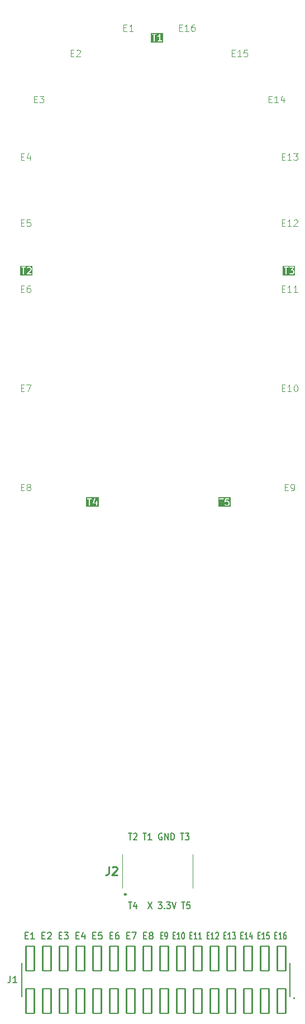
<source format=gto>
G04 #@! TF.GenerationSoftware,KiCad,Pcbnew,7.0.7*
G04 #@! TF.CreationDate,2024-10-25T09:44:25+02:00*
G04 #@! TF.ProjectId,Benhui_Tongue,42656e68-7569-45f5-946f-6e6775652e6b,rev?*
G04 #@! TF.SameCoordinates,Original*
G04 #@! TF.FileFunction,Legend,Top*
G04 #@! TF.FilePolarity,Positive*
%FSLAX46Y46*%
G04 Gerber Fmt 4.6, Leading zero omitted, Abs format (unit mm)*
G04 Created by KiCad (PCBNEW 7.0.7) date 2024-10-25 09:44:25*
%MOMM*%
%LPD*%
G01*
G04 APERTURE LIST*
G04 Aperture macros list*
%AMRoundRect*
0 Rectangle with rounded corners*
0 $1 Rounding radius*
0 $2 $3 $4 $5 $6 $7 $8 $9 X,Y pos of 4 corners*
0 Add a 4 corners polygon primitive as box body*
4,1,4,$2,$3,$4,$5,$6,$7,$8,$9,$2,$3,0*
0 Add four circle primitives for the rounded corners*
1,1,$1+$1,$2,$3*
1,1,$1+$1,$4,$5*
1,1,$1+$1,$6,$7*
1,1,$1+$1,$8,$9*
0 Add four rect primitives between the rounded corners*
20,1,$1+$1,$2,$3,$4,$5,0*
20,1,$1+$1,$4,$5,$6,$7,0*
20,1,$1+$1,$6,$7,$8,$9,0*
20,1,$1+$1,$8,$9,$2,$3,0*%
G04 Aperture macros list end*
%ADD10C,0.150000*%
%ADD11C,0.100000*%
%ADD12C,0.254000*%
%ADD13C,0.200000*%
%ADD14C,0.250000*%
%ADD15C,3.000000*%
%ADD16C,5.600000*%
%ADD17RoundRect,0.102000X-0.650000X-1.877500X0.650000X-1.877500X0.650000X1.877500X-0.650000X1.877500X0*%
%ADD18R,1.010000X2.200000*%
%ADD19R,1.000000X2.200000*%
G04 APERTURE END LIST*
D10*
G36*
X100240350Y-64787676D02*
G01*
X98377204Y-64787676D01*
X98377204Y-63556795D01*
X98520061Y-63556795D01*
X98528970Y-63607319D01*
X98568270Y-63640296D01*
X98593922Y-63644819D01*
X98804636Y-63644819D01*
X98804636Y-64569819D01*
X98822183Y-64618028D01*
X98866612Y-64643680D01*
X98917136Y-64634771D01*
X98950113Y-64595471D01*
X98954636Y-64569819D01*
X98954636Y-64563283D01*
X99328732Y-64563283D01*
X99334573Y-64585085D01*
X99338494Y-64607319D01*
X99341121Y-64609523D01*
X99342009Y-64612837D01*
X99360500Y-64625785D01*
X99377794Y-64640296D01*
X99382378Y-64641104D01*
X99384035Y-64642264D01*
X99387323Y-64641976D01*
X99403446Y-64644819D01*
X100022493Y-64644819D01*
X100070702Y-64627272D01*
X100096354Y-64582843D01*
X100087445Y-64532319D01*
X100048145Y-64499342D01*
X100022493Y-64494819D01*
X99584512Y-64494819D01*
X100027907Y-64051423D01*
X100029802Y-64047358D01*
X100033622Y-64045012D01*
X100046025Y-64022107D01*
X100093644Y-63879251D01*
X100093599Y-63877615D01*
X100097493Y-63855533D01*
X100097493Y-63760295D01*
X100095959Y-63756081D01*
X100097001Y-63751720D01*
X100089575Y-63726754D01*
X100041956Y-63631516D01*
X100040766Y-63630390D01*
X100027907Y-63612024D01*
X99980288Y-63564405D01*
X99978806Y-63563714D01*
X99960796Y-63550356D01*
X99865558Y-63502737D01*
X99861104Y-63502224D01*
X99857669Y-63499342D01*
X99832017Y-63494819D01*
X99593922Y-63494819D01*
X99589708Y-63496352D01*
X99585347Y-63495311D01*
X99560381Y-63502737D01*
X99465143Y-63550356D01*
X99464017Y-63551545D01*
X99445651Y-63564405D01*
X99398032Y-63612024D01*
X99376351Y-63658521D01*
X99389628Y-63708075D01*
X99431654Y-63737502D01*
X99482761Y-63733030D01*
X99504098Y-63718090D01*
X99543111Y-63679076D01*
X99611627Y-63644819D01*
X99814312Y-63644819D01*
X99882828Y-63679076D01*
X99913235Y-63709483D01*
X99947493Y-63777999D01*
X99947493Y-63843363D01*
X99909321Y-63957876D01*
X99350413Y-64516786D01*
X99340875Y-64537239D01*
X99329585Y-64556795D01*
X99330181Y-64560175D01*
X99328732Y-64563283D01*
X98954636Y-64563283D01*
X98954636Y-63644819D01*
X99165350Y-63644819D01*
X99213559Y-63627272D01*
X99239211Y-63582843D01*
X99230302Y-63532319D01*
X99191002Y-63499342D01*
X99165350Y-63494819D01*
X98593922Y-63494819D01*
X98545713Y-63512366D01*
X98520061Y-63556795D01*
X98377204Y-63556795D01*
X98377204Y-63351962D01*
X100240350Y-63351962D01*
X100240350Y-64787676D01*
G37*
G36*
X130240350Y-99787676D02*
G01*
X128377204Y-99787676D01*
X128377204Y-98556795D01*
X128520061Y-98556795D01*
X128528970Y-98607319D01*
X128568270Y-98640296D01*
X128593922Y-98644819D01*
X128804636Y-98644819D01*
X128804636Y-99569819D01*
X128822183Y-99618028D01*
X128866612Y-99643680D01*
X128917136Y-99634771D01*
X128950113Y-99595471D01*
X128954636Y-99569819D01*
X128954636Y-99039473D01*
X129376351Y-99039473D01*
X129382877Y-99063832D01*
X129389100Y-99088262D01*
X129389500Y-99088549D01*
X129389628Y-99089027D01*
X129410262Y-99103475D01*
X129430756Y-99118208D01*
X129431249Y-99118170D01*
X129431654Y-99118454D01*
X129456757Y-99116257D01*
X129481916Y-99114370D01*
X129482269Y-99114024D01*
X129482761Y-99113982D01*
X129504098Y-99099042D01*
X129543111Y-99060029D01*
X129611627Y-99025771D01*
X129814312Y-99025771D01*
X129882828Y-99060029D01*
X129913235Y-99090436D01*
X129947493Y-99158952D01*
X129947493Y-99361636D01*
X129913234Y-99430153D01*
X129882827Y-99460561D01*
X129814312Y-99494819D01*
X129611627Y-99494819D01*
X129543111Y-99460561D01*
X129504099Y-99421548D01*
X129457602Y-99399866D01*
X129408047Y-99413143D01*
X129378621Y-99455168D01*
X129383091Y-99506275D01*
X129398031Y-99527612D01*
X129445650Y-99575232D01*
X129447131Y-99575922D01*
X129465143Y-99589282D01*
X129560381Y-99636901D01*
X129564834Y-99637413D01*
X129568270Y-99640296D01*
X129593922Y-99644819D01*
X129832017Y-99644819D01*
X129836230Y-99643285D01*
X129840591Y-99644327D01*
X129865558Y-99636901D01*
X129960796Y-99589282D01*
X129961920Y-99588094D01*
X129980289Y-99575232D01*
X130027907Y-99527613D01*
X130028597Y-99526131D01*
X130041956Y-99508121D01*
X130089575Y-99412883D01*
X130090087Y-99408429D01*
X130092970Y-99404994D01*
X130097493Y-99379342D01*
X130097493Y-99141247D01*
X130095959Y-99137033D01*
X130097001Y-99132672D01*
X130089575Y-99107706D01*
X130041956Y-99012468D01*
X130040766Y-99011342D01*
X130027907Y-98992976D01*
X129980288Y-98945357D01*
X129978806Y-98944666D01*
X129960796Y-98931308D01*
X129865558Y-98883689D01*
X129861104Y-98883176D01*
X129857669Y-98880294D01*
X129832017Y-98875771D01*
X129593922Y-98875771D01*
X129589708Y-98877304D01*
X129585347Y-98876263D01*
X129560381Y-98883689D01*
X129541739Y-98893009D01*
X129566558Y-98644819D01*
X129974874Y-98644819D01*
X130023083Y-98627272D01*
X130048735Y-98582843D01*
X130039826Y-98532319D01*
X130000526Y-98499342D01*
X129974874Y-98494819D01*
X129498684Y-98494819D01*
X129483716Y-98500266D01*
X129467833Y-98501458D01*
X129460326Y-98508780D01*
X129450475Y-98512366D01*
X129442511Y-98526159D01*
X129431109Y-98537282D01*
X129426377Y-98554102D01*
X129424823Y-98556795D01*
X129425130Y-98558537D01*
X129424056Y-98562356D01*
X129376437Y-99038546D01*
X129376559Y-99039026D01*
X129376351Y-99039473D01*
X128954636Y-99039473D01*
X128954636Y-98644819D01*
X129165350Y-98644819D01*
X129213559Y-98627272D01*
X129239211Y-98582843D01*
X129230302Y-98532319D01*
X129191002Y-98499342D01*
X129165350Y-98494819D01*
X128593922Y-98494819D01*
X128545713Y-98512366D01*
X128520061Y-98556795D01*
X128377204Y-98556795D01*
X128377204Y-98351962D01*
X130240350Y-98351962D01*
X130240350Y-99787676D01*
G37*
X119670112Y-164646009D02*
X119910112Y-164646009D01*
X120012969Y-165169819D02*
X119670112Y-165169819D01*
X119670112Y-165169819D02*
X119670112Y-164169819D01*
X119670112Y-164169819D02*
X120012969Y-164169819D01*
X120355827Y-165169819D02*
X120492970Y-165169819D01*
X120492970Y-165169819D02*
X120561541Y-165122200D01*
X120561541Y-165122200D02*
X120595827Y-165074580D01*
X120595827Y-165074580D02*
X120664398Y-164931723D01*
X120664398Y-164931723D02*
X120698684Y-164741247D01*
X120698684Y-164741247D02*
X120698684Y-164360295D01*
X120698684Y-164360295D02*
X120664398Y-164265057D01*
X120664398Y-164265057D02*
X120630113Y-164217438D01*
X120630113Y-164217438D02*
X120561541Y-164169819D01*
X120561541Y-164169819D02*
X120424398Y-164169819D01*
X120424398Y-164169819D02*
X120355827Y-164217438D01*
X120355827Y-164217438D02*
X120321541Y-164265057D01*
X120321541Y-164265057D02*
X120287255Y-164360295D01*
X120287255Y-164360295D02*
X120287255Y-164598390D01*
X120287255Y-164598390D02*
X120321541Y-164693628D01*
X120321541Y-164693628D02*
X120355827Y-164741247D01*
X120355827Y-164741247D02*
X120424398Y-164788866D01*
X120424398Y-164788866D02*
X120561541Y-164788866D01*
X120561541Y-164788866D02*
X120630113Y-164741247D01*
X120630113Y-164741247D02*
X120664398Y-164693628D01*
X120664398Y-164693628D02*
X120698684Y-164598390D01*
X121555826Y-164646009D02*
X121795826Y-164646009D01*
X121898683Y-165169819D02*
X121555826Y-165169819D01*
X121555826Y-165169819D02*
X121555826Y-164169819D01*
X121555826Y-164169819D02*
X121898683Y-164169819D01*
X122584398Y-165169819D02*
X122172969Y-165169819D01*
X122378684Y-165169819D02*
X122378684Y-164169819D01*
X122378684Y-164169819D02*
X122310112Y-164312676D01*
X122310112Y-164312676D02*
X122241541Y-164407914D01*
X122241541Y-164407914D02*
X122172969Y-164455533D01*
X123030112Y-164169819D02*
X123098683Y-164169819D01*
X123098683Y-164169819D02*
X123167255Y-164217438D01*
X123167255Y-164217438D02*
X123201541Y-164265057D01*
X123201541Y-164265057D02*
X123235826Y-164360295D01*
X123235826Y-164360295D02*
X123270112Y-164550771D01*
X123270112Y-164550771D02*
X123270112Y-164788866D01*
X123270112Y-164788866D02*
X123235826Y-164979342D01*
X123235826Y-164979342D02*
X123201541Y-165074580D01*
X123201541Y-165074580D02*
X123167255Y-165122200D01*
X123167255Y-165122200D02*
X123098683Y-165169819D01*
X123098683Y-165169819D02*
X123030112Y-165169819D01*
X123030112Y-165169819D02*
X122961541Y-165122200D01*
X122961541Y-165122200D02*
X122927255Y-165074580D01*
X122927255Y-165074580D02*
X122892969Y-164979342D01*
X122892969Y-164979342D02*
X122858683Y-164788866D01*
X122858683Y-164788866D02*
X122858683Y-164550771D01*
X122858683Y-164550771D02*
X122892969Y-164360295D01*
X122892969Y-164360295D02*
X122927255Y-164265057D01*
X122927255Y-164265057D02*
X122961541Y-164217438D01*
X122961541Y-164217438D02*
X123030112Y-164169819D01*
X124127254Y-164646009D02*
X124367254Y-164646009D01*
X124470111Y-165169819D02*
X124127254Y-165169819D01*
X124127254Y-165169819D02*
X124127254Y-164169819D01*
X124127254Y-164169819D02*
X124470111Y-164169819D01*
X125155826Y-165169819D02*
X124744397Y-165169819D01*
X124950112Y-165169819D02*
X124950112Y-164169819D01*
X124950112Y-164169819D02*
X124881540Y-164312676D01*
X124881540Y-164312676D02*
X124812969Y-164407914D01*
X124812969Y-164407914D02*
X124744397Y-164455533D01*
X125841540Y-165169819D02*
X125430111Y-165169819D01*
X125635826Y-165169819D02*
X125635826Y-164169819D01*
X125635826Y-164169819D02*
X125567254Y-164312676D01*
X125567254Y-164312676D02*
X125498683Y-164407914D01*
X125498683Y-164407914D02*
X125430111Y-164455533D01*
X126698682Y-164646009D02*
X126938682Y-164646009D01*
X127041539Y-165169819D02*
X126698682Y-165169819D01*
X126698682Y-165169819D02*
X126698682Y-164169819D01*
X126698682Y-164169819D02*
X127041539Y-164169819D01*
X127727254Y-165169819D02*
X127315825Y-165169819D01*
X127521540Y-165169819D02*
X127521540Y-164169819D01*
X127521540Y-164169819D02*
X127452968Y-164312676D01*
X127452968Y-164312676D02*
X127384397Y-164407914D01*
X127384397Y-164407914D02*
X127315825Y-164455533D01*
X128001539Y-164265057D02*
X128035825Y-164217438D01*
X128035825Y-164217438D02*
X128104397Y-164169819D01*
X128104397Y-164169819D02*
X128275825Y-164169819D01*
X128275825Y-164169819D02*
X128344397Y-164217438D01*
X128344397Y-164217438D02*
X128378682Y-164265057D01*
X128378682Y-164265057D02*
X128412968Y-164360295D01*
X128412968Y-164360295D02*
X128412968Y-164455533D01*
X128412968Y-164455533D02*
X128378682Y-164598390D01*
X128378682Y-164598390D02*
X127967254Y-165169819D01*
X127967254Y-165169819D02*
X128412968Y-165169819D01*
X129270110Y-164646009D02*
X129510110Y-164646009D01*
X129612967Y-165169819D02*
X129270110Y-165169819D01*
X129270110Y-165169819D02*
X129270110Y-164169819D01*
X129270110Y-164169819D02*
X129612967Y-164169819D01*
X130298682Y-165169819D02*
X129887253Y-165169819D01*
X130092968Y-165169819D02*
X130092968Y-164169819D01*
X130092968Y-164169819D02*
X130024396Y-164312676D01*
X130024396Y-164312676D02*
X129955825Y-164407914D01*
X129955825Y-164407914D02*
X129887253Y-164455533D01*
X130538682Y-164169819D02*
X130984396Y-164169819D01*
X130984396Y-164169819D02*
X130744396Y-164550771D01*
X130744396Y-164550771D02*
X130847253Y-164550771D01*
X130847253Y-164550771D02*
X130915825Y-164598390D01*
X130915825Y-164598390D02*
X130950110Y-164646009D01*
X130950110Y-164646009D02*
X130984396Y-164741247D01*
X130984396Y-164741247D02*
X130984396Y-164979342D01*
X130984396Y-164979342D02*
X130950110Y-165074580D01*
X130950110Y-165074580D02*
X130915825Y-165122200D01*
X130915825Y-165122200D02*
X130847253Y-165169819D01*
X130847253Y-165169819D02*
X130641539Y-165169819D01*
X130641539Y-165169819D02*
X130572967Y-165122200D01*
X130572967Y-165122200D02*
X130538682Y-165074580D01*
X131841538Y-164646009D02*
X132081538Y-164646009D01*
X132184395Y-165169819D02*
X131841538Y-165169819D01*
X131841538Y-165169819D02*
X131841538Y-164169819D01*
X131841538Y-164169819D02*
X132184395Y-164169819D01*
X132870110Y-165169819D02*
X132458681Y-165169819D01*
X132664396Y-165169819D02*
X132664396Y-164169819D01*
X132664396Y-164169819D02*
X132595824Y-164312676D01*
X132595824Y-164312676D02*
X132527253Y-164407914D01*
X132527253Y-164407914D02*
X132458681Y-164455533D01*
X133487253Y-164503152D02*
X133487253Y-165169819D01*
X133315824Y-164122200D02*
X133144395Y-164836485D01*
X133144395Y-164836485D02*
X133590110Y-164836485D01*
X134412966Y-164646009D02*
X134652966Y-164646009D01*
X134755823Y-165169819D02*
X134412966Y-165169819D01*
X134412966Y-165169819D02*
X134412966Y-164169819D01*
X134412966Y-164169819D02*
X134755823Y-164169819D01*
X135441538Y-165169819D02*
X135030109Y-165169819D01*
X135235824Y-165169819D02*
X135235824Y-164169819D01*
X135235824Y-164169819D02*
X135167252Y-164312676D01*
X135167252Y-164312676D02*
X135098681Y-164407914D01*
X135098681Y-164407914D02*
X135030109Y-164455533D01*
X136092966Y-164169819D02*
X135750109Y-164169819D01*
X135750109Y-164169819D02*
X135715823Y-164646009D01*
X135715823Y-164646009D02*
X135750109Y-164598390D01*
X135750109Y-164598390D02*
X135818681Y-164550771D01*
X135818681Y-164550771D02*
X135990109Y-164550771D01*
X135990109Y-164550771D02*
X136058681Y-164598390D01*
X136058681Y-164598390D02*
X136092966Y-164646009D01*
X136092966Y-164646009D02*
X136127252Y-164741247D01*
X136127252Y-164741247D02*
X136127252Y-164979342D01*
X136127252Y-164979342D02*
X136092966Y-165074580D01*
X136092966Y-165074580D02*
X136058681Y-165122200D01*
X136058681Y-165122200D02*
X135990109Y-165169819D01*
X135990109Y-165169819D02*
X135818681Y-165169819D01*
X135818681Y-165169819D02*
X135750109Y-165122200D01*
X135750109Y-165122200D02*
X135715823Y-165074580D01*
X136984394Y-164646009D02*
X137224394Y-164646009D01*
X137327251Y-165169819D02*
X136984394Y-165169819D01*
X136984394Y-165169819D02*
X136984394Y-164169819D01*
X136984394Y-164169819D02*
X137327251Y-164169819D01*
X138012966Y-165169819D02*
X137601537Y-165169819D01*
X137807252Y-165169819D02*
X137807252Y-164169819D01*
X137807252Y-164169819D02*
X137738680Y-164312676D01*
X137738680Y-164312676D02*
X137670109Y-164407914D01*
X137670109Y-164407914D02*
X137601537Y-164455533D01*
X138630109Y-164169819D02*
X138492966Y-164169819D01*
X138492966Y-164169819D02*
X138424394Y-164217438D01*
X138424394Y-164217438D02*
X138390109Y-164265057D01*
X138390109Y-164265057D02*
X138321537Y-164407914D01*
X138321537Y-164407914D02*
X138287251Y-164598390D01*
X138287251Y-164598390D02*
X138287251Y-164979342D01*
X138287251Y-164979342D02*
X138321537Y-165074580D01*
X138321537Y-165074580D02*
X138355823Y-165122200D01*
X138355823Y-165122200D02*
X138424394Y-165169819D01*
X138424394Y-165169819D02*
X138561537Y-165169819D01*
X138561537Y-165169819D02*
X138630109Y-165122200D01*
X138630109Y-165122200D02*
X138664394Y-165074580D01*
X138664394Y-165074580D02*
X138698680Y-164979342D01*
X138698680Y-164979342D02*
X138698680Y-164741247D01*
X138698680Y-164741247D02*
X138664394Y-164646009D01*
X138664394Y-164646009D02*
X138630109Y-164598390D01*
X138630109Y-164598390D02*
X138561537Y-164550771D01*
X138561537Y-164550771D02*
X138424394Y-164550771D01*
X138424394Y-164550771D02*
X138355823Y-164598390D01*
X138355823Y-164598390D02*
X138321537Y-164646009D01*
X138321537Y-164646009D02*
X138287251Y-164741247D01*
X114784398Y-159569819D02*
X115298684Y-159569819D01*
X115041541Y-160569819D02*
X115041541Y-159569819D01*
X115984398Y-159903152D02*
X115984398Y-160569819D01*
X115770112Y-159522200D02*
X115555826Y-160236485D01*
X115555826Y-160236485D02*
X116112969Y-160236485D01*
X117741540Y-159569819D02*
X118341540Y-160569819D01*
X118341540Y-159569819D02*
X117741540Y-160569819D01*
X119284397Y-159569819D02*
X119841540Y-159569819D01*
X119841540Y-159569819D02*
X119541540Y-159950771D01*
X119541540Y-159950771D02*
X119670111Y-159950771D01*
X119670111Y-159950771D02*
X119755826Y-159998390D01*
X119755826Y-159998390D02*
X119798683Y-160046009D01*
X119798683Y-160046009D02*
X119841540Y-160141247D01*
X119841540Y-160141247D02*
X119841540Y-160379342D01*
X119841540Y-160379342D02*
X119798683Y-160474580D01*
X119798683Y-160474580D02*
X119755826Y-160522200D01*
X119755826Y-160522200D02*
X119670111Y-160569819D01*
X119670111Y-160569819D02*
X119412968Y-160569819D01*
X119412968Y-160569819D02*
X119327254Y-160522200D01*
X119327254Y-160522200D02*
X119284397Y-160474580D01*
X120227254Y-160474580D02*
X120270111Y-160522200D01*
X120270111Y-160522200D02*
X120227254Y-160569819D01*
X120227254Y-160569819D02*
X120184397Y-160522200D01*
X120184397Y-160522200D02*
X120227254Y-160474580D01*
X120227254Y-160474580D02*
X120227254Y-160569819D01*
X120570111Y-159569819D02*
X121127254Y-159569819D01*
X121127254Y-159569819D02*
X120827254Y-159950771D01*
X120827254Y-159950771D02*
X120955825Y-159950771D01*
X120955825Y-159950771D02*
X121041540Y-159998390D01*
X121041540Y-159998390D02*
X121084397Y-160046009D01*
X121084397Y-160046009D02*
X121127254Y-160141247D01*
X121127254Y-160141247D02*
X121127254Y-160379342D01*
X121127254Y-160379342D02*
X121084397Y-160474580D01*
X121084397Y-160474580D02*
X121041540Y-160522200D01*
X121041540Y-160522200D02*
X120955825Y-160569819D01*
X120955825Y-160569819D02*
X120698682Y-160569819D01*
X120698682Y-160569819D02*
X120612968Y-160522200D01*
X120612968Y-160522200D02*
X120570111Y-160474580D01*
X121384397Y-159569819D02*
X121684397Y-160569819D01*
X121684397Y-160569819D02*
X121984397Y-159569819D01*
X122841540Y-159569819D02*
X123355826Y-159569819D01*
X123098683Y-160569819D02*
X123098683Y-159569819D01*
X124084397Y-159569819D02*
X123655825Y-159569819D01*
X123655825Y-159569819D02*
X123612968Y-160046009D01*
X123612968Y-160046009D02*
X123655825Y-159998390D01*
X123655825Y-159998390D02*
X123741540Y-159950771D01*
X123741540Y-159950771D02*
X123955825Y-159950771D01*
X123955825Y-159950771D02*
X124041540Y-159998390D01*
X124041540Y-159998390D02*
X124084397Y-160046009D01*
X124084397Y-160046009D02*
X124127254Y-160141247D01*
X124127254Y-160141247D02*
X124127254Y-160379342D01*
X124127254Y-160379342D02*
X124084397Y-160474580D01*
X124084397Y-160474580D02*
X124041540Y-160522200D01*
X124041540Y-160522200D02*
X123955825Y-160569819D01*
X123955825Y-160569819D02*
X123741540Y-160569819D01*
X123741540Y-160569819D02*
X123655825Y-160522200D01*
X123655825Y-160522200D02*
X123612968Y-160474580D01*
G36*
X110286830Y-99786537D02*
G01*
X108377204Y-99786537D01*
X108377204Y-98556795D01*
X108520061Y-98556795D01*
X108528970Y-98607319D01*
X108568270Y-98640296D01*
X108593922Y-98644819D01*
X108804636Y-98644819D01*
X108804636Y-99569819D01*
X108822183Y-99618028D01*
X108866612Y-99643680D01*
X108917136Y-99634771D01*
X108950113Y-99595471D01*
X108954636Y-99569819D01*
X108954636Y-99223461D01*
X109377204Y-99223461D01*
X109380756Y-99243607D01*
X109381315Y-99264052D01*
X109385117Y-99268340D01*
X109386113Y-99273985D01*
X109401780Y-99287131D01*
X109415352Y-99302437D01*
X109421022Y-99303277D01*
X109425413Y-99306962D01*
X109451065Y-99311485D01*
X109852255Y-99311485D01*
X109852255Y-99569819D01*
X109869802Y-99618028D01*
X109914231Y-99643680D01*
X109964755Y-99634771D01*
X109997732Y-99595471D01*
X110002255Y-99569819D01*
X110002255Y-99311485D01*
X110070112Y-99311485D01*
X110118321Y-99293938D01*
X110143973Y-99249509D01*
X110135064Y-99198985D01*
X110095764Y-99166008D01*
X110070112Y-99161485D01*
X110002255Y-99161485D01*
X110002255Y-98903152D01*
X109984708Y-98854943D01*
X109940279Y-98829291D01*
X109889755Y-98838200D01*
X109856778Y-98877500D01*
X109852255Y-98903152D01*
X109852255Y-99161485D01*
X109555122Y-99161485D01*
X109760311Y-98545918D01*
X109758910Y-98494634D01*
X109724872Y-98456248D01*
X109674124Y-98448723D01*
X109630411Y-98475578D01*
X109618009Y-98498483D01*
X109379914Y-99212768D01*
X109380070Y-99218496D01*
X109377204Y-99223461D01*
X108954636Y-99223461D01*
X108954636Y-98644819D01*
X109165350Y-98644819D01*
X109213559Y-98627272D01*
X109239211Y-98582843D01*
X109230302Y-98532319D01*
X109191002Y-98499342D01*
X109165350Y-98494819D01*
X108593922Y-98494819D01*
X108545713Y-98512366D01*
X108520061Y-98556795D01*
X108377204Y-98556795D01*
X108377204Y-98305866D01*
X110286830Y-98305866D01*
X110286830Y-99786537D01*
G37*
X114784398Y-149169819D02*
X115298684Y-149169819D01*
X115041541Y-150169819D02*
X115041541Y-149169819D01*
X115555826Y-149265057D02*
X115598683Y-149217438D01*
X115598683Y-149217438D02*
X115684398Y-149169819D01*
X115684398Y-149169819D02*
X115898683Y-149169819D01*
X115898683Y-149169819D02*
X115984398Y-149217438D01*
X115984398Y-149217438D02*
X116027255Y-149265057D01*
X116027255Y-149265057D02*
X116070112Y-149360295D01*
X116070112Y-149360295D02*
X116070112Y-149455533D01*
X116070112Y-149455533D02*
X116027255Y-149598390D01*
X116027255Y-149598390D02*
X115512969Y-150169819D01*
X115512969Y-150169819D02*
X116070112Y-150169819D01*
X117012969Y-149169819D02*
X117527255Y-149169819D01*
X117270112Y-150169819D02*
X117270112Y-149169819D01*
X118298683Y-150169819D02*
X117784397Y-150169819D01*
X118041540Y-150169819D02*
X118041540Y-149169819D01*
X118041540Y-149169819D02*
X117955826Y-149312676D01*
X117955826Y-149312676D02*
X117870111Y-149407914D01*
X117870111Y-149407914D02*
X117784397Y-149455533D01*
X119841540Y-149217438D02*
X119755826Y-149169819D01*
X119755826Y-149169819D02*
X119627254Y-149169819D01*
X119627254Y-149169819D02*
X119498683Y-149217438D01*
X119498683Y-149217438D02*
X119412968Y-149312676D01*
X119412968Y-149312676D02*
X119370111Y-149407914D01*
X119370111Y-149407914D02*
X119327254Y-149598390D01*
X119327254Y-149598390D02*
X119327254Y-149741247D01*
X119327254Y-149741247D02*
X119370111Y-149931723D01*
X119370111Y-149931723D02*
X119412968Y-150026961D01*
X119412968Y-150026961D02*
X119498683Y-150122200D01*
X119498683Y-150122200D02*
X119627254Y-150169819D01*
X119627254Y-150169819D02*
X119712968Y-150169819D01*
X119712968Y-150169819D02*
X119841540Y-150122200D01*
X119841540Y-150122200D02*
X119884397Y-150074580D01*
X119884397Y-150074580D02*
X119884397Y-149741247D01*
X119884397Y-149741247D02*
X119712968Y-149741247D01*
X120270111Y-150169819D02*
X120270111Y-149169819D01*
X120270111Y-149169819D02*
X120784397Y-150169819D01*
X120784397Y-150169819D02*
X120784397Y-149169819D01*
X121212968Y-150169819D02*
X121212968Y-149169819D01*
X121212968Y-149169819D02*
X121427254Y-149169819D01*
X121427254Y-149169819D02*
X121555825Y-149217438D01*
X121555825Y-149217438D02*
X121641540Y-149312676D01*
X121641540Y-149312676D02*
X121684397Y-149407914D01*
X121684397Y-149407914D02*
X121727254Y-149598390D01*
X121727254Y-149598390D02*
X121727254Y-149741247D01*
X121727254Y-149741247D02*
X121684397Y-149931723D01*
X121684397Y-149931723D02*
X121641540Y-150026961D01*
X121641540Y-150026961D02*
X121555825Y-150122200D01*
X121555825Y-150122200D02*
X121427254Y-150169819D01*
X121427254Y-150169819D02*
X121212968Y-150169819D01*
X122670111Y-149169819D02*
X123184397Y-149169819D01*
X122927254Y-150169819D02*
X122927254Y-149169819D01*
X123398682Y-149169819D02*
X123955825Y-149169819D01*
X123955825Y-149169819D02*
X123655825Y-149550771D01*
X123655825Y-149550771D02*
X123784396Y-149550771D01*
X123784396Y-149550771D02*
X123870111Y-149598390D01*
X123870111Y-149598390D02*
X123912968Y-149646009D01*
X123912968Y-149646009D02*
X123955825Y-149741247D01*
X123955825Y-149741247D02*
X123955825Y-149979342D01*
X123955825Y-149979342D02*
X123912968Y-150074580D01*
X123912968Y-150074580D02*
X123870111Y-150122200D01*
X123870111Y-150122200D02*
X123784396Y-150169819D01*
X123784396Y-150169819D02*
X123527253Y-150169819D01*
X123527253Y-150169819D02*
X123441539Y-150122200D01*
X123441539Y-150122200D02*
X123398682Y-150074580D01*
X99132017Y-164646009D02*
X99458684Y-164646009D01*
X99598684Y-165169819D02*
X99132017Y-165169819D01*
X99132017Y-165169819D02*
X99132017Y-164169819D01*
X99132017Y-164169819D02*
X99598684Y-164169819D01*
X100532017Y-165169819D02*
X99972017Y-165169819D01*
X100252017Y-165169819D02*
X100252017Y-164169819D01*
X100252017Y-164169819D02*
X100158684Y-164312676D01*
X100158684Y-164312676D02*
X100065351Y-164407914D01*
X100065351Y-164407914D02*
X99972017Y-164455533D01*
X101698684Y-164646009D02*
X102025351Y-164646009D01*
X102165351Y-165169819D02*
X101698684Y-165169819D01*
X101698684Y-165169819D02*
X101698684Y-164169819D01*
X101698684Y-164169819D02*
X102165351Y-164169819D01*
X102538684Y-164265057D02*
X102585351Y-164217438D01*
X102585351Y-164217438D02*
X102678684Y-164169819D01*
X102678684Y-164169819D02*
X102912018Y-164169819D01*
X102912018Y-164169819D02*
X103005351Y-164217438D01*
X103005351Y-164217438D02*
X103052018Y-164265057D01*
X103052018Y-164265057D02*
X103098684Y-164360295D01*
X103098684Y-164360295D02*
X103098684Y-164455533D01*
X103098684Y-164455533D02*
X103052018Y-164598390D01*
X103052018Y-164598390D02*
X102492018Y-165169819D01*
X102492018Y-165169819D02*
X103098684Y-165169819D01*
X104265351Y-164646009D02*
X104592018Y-164646009D01*
X104732018Y-165169819D02*
X104265351Y-165169819D01*
X104265351Y-165169819D02*
X104265351Y-164169819D01*
X104265351Y-164169819D02*
X104732018Y-164169819D01*
X105058685Y-164169819D02*
X105665351Y-164169819D01*
X105665351Y-164169819D02*
X105338685Y-164550771D01*
X105338685Y-164550771D02*
X105478685Y-164550771D01*
X105478685Y-164550771D02*
X105572018Y-164598390D01*
X105572018Y-164598390D02*
X105618685Y-164646009D01*
X105618685Y-164646009D02*
X105665351Y-164741247D01*
X105665351Y-164741247D02*
X105665351Y-164979342D01*
X105665351Y-164979342D02*
X105618685Y-165074580D01*
X105618685Y-165074580D02*
X105572018Y-165122200D01*
X105572018Y-165122200D02*
X105478685Y-165169819D01*
X105478685Y-165169819D02*
X105198685Y-165169819D01*
X105198685Y-165169819D02*
X105105351Y-165122200D01*
X105105351Y-165122200D02*
X105058685Y-165074580D01*
X106832018Y-164646009D02*
X107158685Y-164646009D01*
X107298685Y-165169819D02*
X106832018Y-165169819D01*
X106832018Y-165169819D02*
X106832018Y-164169819D01*
X106832018Y-164169819D02*
X107298685Y-164169819D01*
X108138685Y-164503152D02*
X108138685Y-165169819D01*
X107905352Y-164122200D02*
X107672018Y-164836485D01*
X107672018Y-164836485D02*
X108278685Y-164836485D01*
X109398685Y-164646009D02*
X109725352Y-164646009D01*
X109865352Y-165169819D02*
X109398685Y-165169819D01*
X109398685Y-165169819D02*
X109398685Y-164169819D01*
X109398685Y-164169819D02*
X109865352Y-164169819D01*
X110752019Y-164169819D02*
X110285352Y-164169819D01*
X110285352Y-164169819D02*
X110238685Y-164646009D01*
X110238685Y-164646009D02*
X110285352Y-164598390D01*
X110285352Y-164598390D02*
X110378685Y-164550771D01*
X110378685Y-164550771D02*
X110612019Y-164550771D01*
X110612019Y-164550771D02*
X110705352Y-164598390D01*
X110705352Y-164598390D02*
X110752019Y-164646009D01*
X110752019Y-164646009D02*
X110798685Y-164741247D01*
X110798685Y-164741247D02*
X110798685Y-164979342D01*
X110798685Y-164979342D02*
X110752019Y-165074580D01*
X110752019Y-165074580D02*
X110705352Y-165122200D01*
X110705352Y-165122200D02*
X110612019Y-165169819D01*
X110612019Y-165169819D02*
X110378685Y-165169819D01*
X110378685Y-165169819D02*
X110285352Y-165122200D01*
X110285352Y-165122200D02*
X110238685Y-165074580D01*
X111965352Y-164646009D02*
X112292019Y-164646009D01*
X112432019Y-165169819D02*
X111965352Y-165169819D01*
X111965352Y-165169819D02*
X111965352Y-164169819D01*
X111965352Y-164169819D02*
X112432019Y-164169819D01*
X113272019Y-164169819D02*
X113085352Y-164169819D01*
X113085352Y-164169819D02*
X112992019Y-164217438D01*
X112992019Y-164217438D02*
X112945352Y-164265057D01*
X112945352Y-164265057D02*
X112852019Y-164407914D01*
X112852019Y-164407914D02*
X112805352Y-164598390D01*
X112805352Y-164598390D02*
X112805352Y-164979342D01*
X112805352Y-164979342D02*
X112852019Y-165074580D01*
X112852019Y-165074580D02*
X112898686Y-165122200D01*
X112898686Y-165122200D02*
X112992019Y-165169819D01*
X112992019Y-165169819D02*
X113178686Y-165169819D01*
X113178686Y-165169819D02*
X113272019Y-165122200D01*
X113272019Y-165122200D02*
X113318686Y-165074580D01*
X113318686Y-165074580D02*
X113365352Y-164979342D01*
X113365352Y-164979342D02*
X113365352Y-164741247D01*
X113365352Y-164741247D02*
X113318686Y-164646009D01*
X113318686Y-164646009D02*
X113272019Y-164598390D01*
X113272019Y-164598390D02*
X113178686Y-164550771D01*
X113178686Y-164550771D02*
X112992019Y-164550771D01*
X112992019Y-164550771D02*
X112898686Y-164598390D01*
X112898686Y-164598390D02*
X112852019Y-164646009D01*
X112852019Y-164646009D02*
X112805352Y-164741247D01*
X114532019Y-164646009D02*
X114858686Y-164646009D01*
X114998686Y-165169819D02*
X114532019Y-165169819D01*
X114532019Y-165169819D02*
X114532019Y-164169819D01*
X114532019Y-164169819D02*
X114998686Y-164169819D01*
X115325353Y-164169819D02*
X115978686Y-164169819D01*
X115978686Y-164169819D02*
X115558686Y-165169819D01*
X117098686Y-164646009D02*
X117425353Y-164646009D01*
X117565353Y-165169819D02*
X117098686Y-165169819D01*
X117098686Y-165169819D02*
X117098686Y-164169819D01*
X117098686Y-164169819D02*
X117565353Y-164169819D01*
X118125353Y-164598390D02*
X118032020Y-164550771D01*
X118032020Y-164550771D02*
X117985353Y-164503152D01*
X117985353Y-164503152D02*
X117938686Y-164407914D01*
X117938686Y-164407914D02*
X117938686Y-164360295D01*
X117938686Y-164360295D02*
X117985353Y-164265057D01*
X117985353Y-164265057D02*
X118032020Y-164217438D01*
X118032020Y-164217438D02*
X118125353Y-164169819D01*
X118125353Y-164169819D02*
X118312020Y-164169819D01*
X118312020Y-164169819D02*
X118405353Y-164217438D01*
X118405353Y-164217438D02*
X118452020Y-164265057D01*
X118452020Y-164265057D02*
X118498686Y-164360295D01*
X118498686Y-164360295D02*
X118498686Y-164407914D01*
X118498686Y-164407914D02*
X118452020Y-164503152D01*
X118452020Y-164503152D02*
X118405353Y-164550771D01*
X118405353Y-164550771D02*
X118312020Y-164598390D01*
X118312020Y-164598390D02*
X118125353Y-164598390D01*
X118125353Y-164598390D02*
X118032020Y-164646009D01*
X118032020Y-164646009D02*
X117985353Y-164693628D01*
X117985353Y-164693628D02*
X117938686Y-164788866D01*
X117938686Y-164788866D02*
X117938686Y-164979342D01*
X117938686Y-164979342D02*
X117985353Y-165074580D01*
X117985353Y-165074580D02*
X118032020Y-165122200D01*
X118032020Y-165122200D02*
X118125353Y-165169819D01*
X118125353Y-165169819D02*
X118312020Y-165169819D01*
X118312020Y-165169819D02*
X118405353Y-165122200D01*
X118405353Y-165122200D02*
X118452020Y-165074580D01*
X118452020Y-165074580D02*
X118498686Y-164979342D01*
X118498686Y-164979342D02*
X118498686Y-164788866D01*
X118498686Y-164788866D02*
X118452020Y-164693628D01*
X118452020Y-164693628D02*
X118405353Y-164646009D01*
X118405353Y-164646009D02*
X118312020Y-164598390D01*
G36*
X140040350Y-64787676D02*
G01*
X138177204Y-64787676D01*
X138177204Y-63556795D01*
X138320061Y-63556795D01*
X138328970Y-63607319D01*
X138368270Y-63640296D01*
X138393922Y-63644819D01*
X138604636Y-63644819D01*
X138604636Y-64569819D01*
X138622183Y-64618028D01*
X138666612Y-64643680D01*
X138717136Y-64634771D01*
X138750113Y-64595471D01*
X138754636Y-64569819D01*
X138754636Y-63644819D01*
X138965350Y-63644819D01*
X139013559Y-63627272D01*
X139039211Y-63582843D01*
X139034618Y-63556795D01*
X139129585Y-63556795D01*
X139138494Y-63607319D01*
X139177794Y-63640296D01*
X139203446Y-63644819D01*
X139657211Y-63644819D01*
X139432717Y-63901383D01*
X139425410Y-63920234D01*
X139415299Y-63937747D01*
X139416338Y-63943640D01*
X139414176Y-63949219D01*
X139420696Y-63968358D01*
X139424208Y-63988271D01*
X139428791Y-63992116D01*
X139430721Y-63997781D01*
X139448019Y-64008251D01*
X139463508Y-64021248D01*
X139471951Y-64022736D01*
X139474610Y-64024346D01*
X139478051Y-64023812D01*
X139489160Y-64025771D01*
X139614312Y-64025771D01*
X139682828Y-64060029D01*
X139713235Y-64090436D01*
X139747493Y-64158951D01*
X139747493Y-64361637D01*
X139713234Y-64430153D01*
X139682827Y-64460561D01*
X139614312Y-64494819D01*
X139364008Y-64494819D01*
X139295492Y-64460561D01*
X139256480Y-64421548D01*
X139209983Y-64399866D01*
X139160428Y-64413143D01*
X139131002Y-64455168D01*
X139135472Y-64506275D01*
X139150412Y-64527612D01*
X139198031Y-64575232D01*
X139199512Y-64575922D01*
X139217524Y-64589282D01*
X139312762Y-64636901D01*
X139317215Y-64637413D01*
X139320651Y-64640296D01*
X139346303Y-64644819D01*
X139632017Y-64644819D01*
X139636230Y-64643285D01*
X139640591Y-64644327D01*
X139665558Y-64636901D01*
X139760796Y-64589282D01*
X139761920Y-64588094D01*
X139780289Y-64575232D01*
X139827907Y-64527613D01*
X139828597Y-64526131D01*
X139841956Y-64508121D01*
X139889575Y-64412883D01*
X139890087Y-64408429D01*
X139892970Y-64404994D01*
X139897493Y-64379342D01*
X139897493Y-64141247D01*
X139895959Y-64137033D01*
X139897001Y-64132672D01*
X139889575Y-64107706D01*
X139841956Y-64012468D01*
X139840766Y-64011342D01*
X139827907Y-63992976D01*
X139780288Y-63945357D01*
X139778806Y-63944666D01*
X139760796Y-63931308D01*
X139665558Y-63883689D01*
X139661104Y-63883176D01*
X139657669Y-63880294D01*
X139651445Y-63879196D01*
X139878936Y-63619207D01*
X139886242Y-63600355D01*
X139896354Y-63582843D01*
X139895314Y-63576949D01*
X139897477Y-63571371D01*
X139890956Y-63552231D01*
X139887445Y-63532319D01*
X139882861Y-63528473D01*
X139880932Y-63522809D01*
X139863633Y-63512338D01*
X139848145Y-63499342D01*
X139839701Y-63497853D01*
X139837043Y-63496244D01*
X139833601Y-63496777D01*
X139822493Y-63494819D01*
X139203446Y-63494819D01*
X139155237Y-63512366D01*
X139129585Y-63556795D01*
X139034618Y-63556795D01*
X139030302Y-63532319D01*
X138991002Y-63499342D01*
X138965350Y-63494819D01*
X138393922Y-63494819D01*
X138345713Y-63512366D01*
X138320061Y-63556795D01*
X138177204Y-63556795D01*
X138177204Y-63351962D01*
X140040350Y-63351962D01*
X140040350Y-64787676D01*
G37*
G36*
X120039211Y-29587676D02*
G01*
X118177204Y-29587676D01*
X118177204Y-28356795D01*
X118320061Y-28356795D01*
X118328970Y-28407319D01*
X118368270Y-28440296D01*
X118393922Y-28444819D01*
X118604636Y-28444819D01*
X118604636Y-29369819D01*
X118622183Y-29418028D01*
X118666612Y-29443680D01*
X118717136Y-29434771D01*
X118750113Y-29395471D01*
X118754636Y-29369819D01*
X118754636Y-29356795D01*
X119177204Y-29356795D01*
X119186113Y-29407319D01*
X119225413Y-29440296D01*
X119251065Y-29444819D01*
X119822493Y-29444819D01*
X119870702Y-29427272D01*
X119896354Y-29382843D01*
X119887445Y-29332319D01*
X119848145Y-29299342D01*
X119822493Y-29294819D01*
X119611779Y-29294819D01*
X119611779Y-28369819D01*
X119610303Y-28365765D01*
X119611324Y-28361576D01*
X119601676Y-28342063D01*
X119594232Y-28321610D01*
X119590497Y-28319454D01*
X119588586Y-28315587D01*
X119568651Y-28306840D01*
X119549803Y-28295958D01*
X119545555Y-28296706D01*
X119541606Y-28294974D01*
X119520711Y-28301087D01*
X119499279Y-28304867D01*
X119496507Y-28308169D01*
X119492368Y-28309381D01*
X119474375Y-28328216D01*
X119383255Y-28464896D01*
X119301875Y-28546275D01*
X119217524Y-28588451D01*
X119182252Y-28625705D01*
X119179177Y-28676916D01*
X119209741Y-28718121D01*
X119259639Y-28730041D01*
X119284606Y-28722615D01*
X119379844Y-28674996D01*
X119380969Y-28673806D01*
X119399336Y-28660947D01*
X119461779Y-28598504D01*
X119461779Y-29294819D01*
X119251065Y-29294819D01*
X119202856Y-29312366D01*
X119177204Y-29356795D01*
X118754636Y-29356795D01*
X118754636Y-28444819D01*
X118965350Y-28444819D01*
X119013559Y-28427272D01*
X119039211Y-28382843D01*
X119030302Y-28332319D01*
X118991002Y-28299342D01*
X118965350Y-28294819D01*
X118393922Y-28294819D01*
X118345713Y-28312366D01*
X118320061Y-28356795D01*
X118177204Y-28356795D01*
X118177204Y-28151962D01*
X120039211Y-28151962D01*
X120039211Y-29587676D01*
G37*
D11*
X98509524Y-56833609D02*
X98842857Y-56833609D01*
X98985714Y-57357419D02*
X98509524Y-57357419D01*
X98509524Y-57357419D02*
X98509524Y-56357419D01*
X98509524Y-56357419D02*
X98985714Y-56357419D01*
X99890476Y-56357419D02*
X99414286Y-56357419D01*
X99414286Y-56357419D02*
X99366667Y-56833609D01*
X99366667Y-56833609D02*
X99414286Y-56785990D01*
X99414286Y-56785990D02*
X99509524Y-56738371D01*
X99509524Y-56738371D02*
X99747619Y-56738371D01*
X99747619Y-56738371D02*
X99842857Y-56785990D01*
X99842857Y-56785990D02*
X99890476Y-56833609D01*
X99890476Y-56833609D02*
X99938095Y-56928847D01*
X99938095Y-56928847D02*
X99938095Y-57166942D01*
X99938095Y-57166942D02*
X99890476Y-57262180D01*
X99890476Y-57262180D02*
X99842857Y-57309800D01*
X99842857Y-57309800D02*
X99747619Y-57357419D01*
X99747619Y-57357419D02*
X99509524Y-57357419D01*
X99509524Y-57357419D02*
X99414286Y-57309800D01*
X99414286Y-57309800D02*
X99366667Y-57262180D01*
X122483333Y-27334609D02*
X122816666Y-27334609D01*
X122959523Y-27858419D02*
X122483333Y-27858419D01*
X122483333Y-27858419D02*
X122483333Y-26858419D01*
X122483333Y-26858419D02*
X122959523Y-26858419D01*
X123911904Y-27858419D02*
X123340476Y-27858419D01*
X123626190Y-27858419D02*
X123626190Y-26858419D01*
X123626190Y-26858419D02*
X123530952Y-27001276D01*
X123530952Y-27001276D02*
X123435714Y-27096514D01*
X123435714Y-27096514D02*
X123340476Y-27144133D01*
X124769047Y-26858419D02*
X124578571Y-26858419D01*
X124578571Y-26858419D02*
X124483333Y-26906038D01*
X124483333Y-26906038D02*
X124435714Y-26953657D01*
X124435714Y-26953657D02*
X124340476Y-27096514D01*
X124340476Y-27096514D02*
X124292857Y-27286990D01*
X124292857Y-27286990D02*
X124292857Y-27667942D01*
X124292857Y-27667942D02*
X124340476Y-27763180D01*
X124340476Y-27763180D02*
X124388095Y-27810800D01*
X124388095Y-27810800D02*
X124483333Y-27858419D01*
X124483333Y-27858419D02*
X124673809Y-27858419D01*
X124673809Y-27858419D02*
X124769047Y-27810800D01*
X124769047Y-27810800D02*
X124816666Y-27763180D01*
X124816666Y-27763180D02*
X124864285Y-27667942D01*
X124864285Y-27667942D02*
X124864285Y-27429847D01*
X124864285Y-27429847D02*
X124816666Y-27334609D01*
X124816666Y-27334609D02*
X124769047Y-27286990D01*
X124769047Y-27286990D02*
X124673809Y-27239371D01*
X124673809Y-27239371D02*
X124483333Y-27239371D01*
X124483333Y-27239371D02*
X124388095Y-27286990D01*
X124388095Y-27286990D02*
X124340476Y-27334609D01*
X124340476Y-27334609D02*
X124292857Y-27429847D01*
X138033333Y-46833609D02*
X138366666Y-46833609D01*
X138509523Y-47357419D02*
X138033333Y-47357419D01*
X138033333Y-47357419D02*
X138033333Y-46357419D01*
X138033333Y-46357419D02*
X138509523Y-46357419D01*
X139461904Y-47357419D02*
X138890476Y-47357419D01*
X139176190Y-47357419D02*
X139176190Y-46357419D01*
X139176190Y-46357419D02*
X139080952Y-46500276D01*
X139080952Y-46500276D02*
X138985714Y-46595514D01*
X138985714Y-46595514D02*
X138890476Y-46643133D01*
X139795238Y-46357419D02*
X140414285Y-46357419D01*
X140414285Y-46357419D02*
X140080952Y-46738371D01*
X140080952Y-46738371D02*
X140223809Y-46738371D01*
X140223809Y-46738371D02*
X140319047Y-46785990D01*
X140319047Y-46785990D02*
X140366666Y-46833609D01*
X140366666Y-46833609D02*
X140414285Y-46928847D01*
X140414285Y-46928847D02*
X140414285Y-47166942D01*
X140414285Y-47166942D02*
X140366666Y-47262180D01*
X140366666Y-47262180D02*
X140319047Y-47309800D01*
X140319047Y-47309800D02*
X140223809Y-47357419D01*
X140223809Y-47357419D02*
X139938095Y-47357419D01*
X139938095Y-47357419D02*
X139842857Y-47309800D01*
X139842857Y-47309800D02*
X139795238Y-47262180D01*
D10*
X96866666Y-170754819D02*
X96866666Y-171469104D01*
X96866666Y-171469104D02*
X96819047Y-171611961D01*
X96819047Y-171611961D02*
X96723809Y-171707200D01*
X96723809Y-171707200D02*
X96580952Y-171754819D01*
X96580952Y-171754819D02*
X96485714Y-171754819D01*
X97866666Y-171754819D02*
X97295238Y-171754819D01*
X97580952Y-171754819D02*
X97580952Y-170754819D01*
X97580952Y-170754819D02*
X97485714Y-170897676D01*
X97485714Y-170897676D02*
X97390476Y-170992914D01*
X97390476Y-170992914D02*
X97295238Y-171040533D01*
D11*
X130453333Y-31196609D02*
X130786666Y-31196609D01*
X130929523Y-31720419D02*
X130453333Y-31720419D01*
X130453333Y-31720419D02*
X130453333Y-30720419D01*
X130453333Y-30720419D02*
X130929523Y-30720419D01*
X131881904Y-31720419D02*
X131310476Y-31720419D01*
X131596190Y-31720419D02*
X131596190Y-30720419D01*
X131596190Y-30720419D02*
X131500952Y-30863276D01*
X131500952Y-30863276D02*
X131405714Y-30958514D01*
X131405714Y-30958514D02*
X131310476Y-31006133D01*
X132786666Y-30720419D02*
X132310476Y-30720419D01*
X132310476Y-30720419D02*
X132262857Y-31196609D01*
X132262857Y-31196609D02*
X132310476Y-31148990D01*
X132310476Y-31148990D02*
X132405714Y-31101371D01*
X132405714Y-31101371D02*
X132643809Y-31101371D01*
X132643809Y-31101371D02*
X132739047Y-31148990D01*
X132739047Y-31148990D02*
X132786666Y-31196609D01*
X132786666Y-31196609D02*
X132834285Y-31291847D01*
X132834285Y-31291847D02*
X132834285Y-31529942D01*
X132834285Y-31529942D02*
X132786666Y-31625180D01*
X132786666Y-31625180D02*
X132739047Y-31672800D01*
X132739047Y-31672800D02*
X132643809Y-31720419D01*
X132643809Y-31720419D02*
X132405714Y-31720419D01*
X132405714Y-31720419D02*
X132310476Y-31672800D01*
X132310476Y-31672800D02*
X132262857Y-31625180D01*
X114059524Y-27334609D02*
X114392857Y-27334609D01*
X114535714Y-27858419D02*
X114059524Y-27858419D01*
X114059524Y-27858419D02*
X114059524Y-26858419D01*
X114059524Y-26858419D02*
X114535714Y-26858419D01*
X115488095Y-27858419D02*
X114916667Y-27858419D01*
X115202381Y-27858419D02*
X115202381Y-26858419D01*
X115202381Y-26858419D02*
X115107143Y-27001276D01*
X115107143Y-27001276D02*
X115011905Y-27096514D01*
X115011905Y-27096514D02*
X114916667Y-27144133D01*
X138033333Y-56833609D02*
X138366666Y-56833609D01*
X138509523Y-57357419D02*
X138033333Y-57357419D01*
X138033333Y-57357419D02*
X138033333Y-56357419D01*
X138033333Y-56357419D02*
X138509523Y-56357419D01*
X139461904Y-57357419D02*
X138890476Y-57357419D01*
X139176190Y-57357419D02*
X139176190Y-56357419D01*
X139176190Y-56357419D02*
X139080952Y-56500276D01*
X139080952Y-56500276D02*
X138985714Y-56595514D01*
X138985714Y-56595514D02*
X138890476Y-56643133D01*
X139842857Y-56452657D02*
X139890476Y-56405038D01*
X139890476Y-56405038D02*
X139985714Y-56357419D01*
X139985714Y-56357419D02*
X140223809Y-56357419D01*
X140223809Y-56357419D02*
X140319047Y-56405038D01*
X140319047Y-56405038D02*
X140366666Y-56452657D01*
X140366666Y-56452657D02*
X140414285Y-56547895D01*
X140414285Y-56547895D02*
X140414285Y-56643133D01*
X140414285Y-56643133D02*
X140366666Y-56785990D01*
X140366666Y-56785990D02*
X139795238Y-57357419D01*
X139795238Y-57357419D02*
X140414285Y-57357419D01*
X98509524Y-96833609D02*
X98842857Y-96833609D01*
X98985714Y-97357419D02*
X98509524Y-97357419D01*
X98509524Y-97357419D02*
X98509524Y-96357419D01*
X98509524Y-96357419D02*
X98985714Y-96357419D01*
X99557143Y-96785990D02*
X99461905Y-96738371D01*
X99461905Y-96738371D02*
X99414286Y-96690752D01*
X99414286Y-96690752D02*
X99366667Y-96595514D01*
X99366667Y-96595514D02*
X99366667Y-96547895D01*
X99366667Y-96547895D02*
X99414286Y-96452657D01*
X99414286Y-96452657D02*
X99461905Y-96405038D01*
X99461905Y-96405038D02*
X99557143Y-96357419D01*
X99557143Y-96357419D02*
X99747619Y-96357419D01*
X99747619Y-96357419D02*
X99842857Y-96405038D01*
X99842857Y-96405038D02*
X99890476Y-96452657D01*
X99890476Y-96452657D02*
X99938095Y-96547895D01*
X99938095Y-96547895D02*
X99938095Y-96595514D01*
X99938095Y-96595514D02*
X99890476Y-96690752D01*
X99890476Y-96690752D02*
X99842857Y-96738371D01*
X99842857Y-96738371D02*
X99747619Y-96785990D01*
X99747619Y-96785990D02*
X99557143Y-96785990D01*
X99557143Y-96785990D02*
X99461905Y-96833609D01*
X99461905Y-96833609D02*
X99414286Y-96881228D01*
X99414286Y-96881228D02*
X99366667Y-96976466D01*
X99366667Y-96976466D02*
X99366667Y-97166942D01*
X99366667Y-97166942D02*
X99414286Y-97262180D01*
X99414286Y-97262180D02*
X99461905Y-97309800D01*
X99461905Y-97309800D02*
X99557143Y-97357419D01*
X99557143Y-97357419D02*
X99747619Y-97357419D01*
X99747619Y-97357419D02*
X99842857Y-97309800D01*
X99842857Y-97309800D02*
X99890476Y-97262180D01*
X99890476Y-97262180D02*
X99938095Y-97166942D01*
X99938095Y-97166942D02*
X99938095Y-96976466D01*
X99938095Y-96976466D02*
X99890476Y-96881228D01*
X99890476Y-96881228D02*
X99842857Y-96833609D01*
X99842857Y-96833609D02*
X99747619Y-96785990D01*
X98509524Y-46833609D02*
X98842857Y-46833609D01*
X98985714Y-47357419D02*
X98509524Y-47357419D01*
X98509524Y-47357419D02*
X98509524Y-46357419D01*
X98509524Y-46357419D02*
X98985714Y-46357419D01*
X99842857Y-46690752D02*
X99842857Y-47357419D01*
X99604762Y-46309800D02*
X99366667Y-47024085D01*
X99366667Y-47024085D02*
X99985714Y-47024085D01*
X138033333Y-81833609D02*
X138366666Y-81833609D01*
X138509523Y-82357419D02*
X138033333Y-82357419D01*
X138033333Y-82357419D02*
X138033333Y-81357419D01*
X138033333Y-81357419D02*
X138509523Y-81357419D01*
X139461904Y-82357419D02*
X138890476Y-82357419D01*
X139176190Y-82357419D02*
X139176190Y-81357419D01*
X139176190Y-81357419D02*
X139080952Y-81500276D01*
X139080952Y-81500276D02*
X138985714Y-81595514D01*
X138985714Y-81595514D02*
X138890476Y-81643133D01*
X140080952Y-81357419D02*
X140176190Y-81357419D01*
X140176190Y-81357419D02*
X140271428Y-81405038D01*
X140271428Y-81405038D02*
X140319047Y-81452657D01*
X140319047Y-81452657D02*
X140366666Y-81547895D01*
X140366666Y-81547895D02*
X140414285Y-81738371D01*
X140414285Y-81738371D02*
X140414285Y-81976466D01*
X140414285Y-81976466D02*
X140366666Y-82166942D01*
X140366666Y-82166942D02*
X140319047Y-82262180D01*
X140319047Y-82262180D02*
X140271428Y-82309800D01*
X140271428Y-82309800D02*
X140176190Y-82357419D01*
X140176190Y-82357419D02*
X140080952Y-82357419D01*
X140080952Y-82357419D02*
X139985714Y-82309800D01*
X139985714Y-82309800D02*
X139938095Y-82262180D01*
X139938095Y-82262180D02*
X139890476Y-82166942D01*
X139890476Y-82166942D02*
X139842857Y-81976466D01*
X139842857Y-81976466D02*
X139842857Y-81738371D01*
X139842857Y-81738371D02*
X139890476Y-81547895D01*
X139890476Y-81547895D02*
X139938095Y-81452657D01*
X139938095Y-81452657D02*
X139985714Y-81405038D01*
X139985714Y-81405038D02*
X140080952Y-81357419D01*
X98509524Y-81833609D02*
X98842857Y-81833609D01*
X98985714Y-82357419D02*
X98509524Y-82357419D01*
X98509524Y-82357419D02*
X98509524Y-81357419D01*
X98509524Y-81357419D02*
X98985714Y-81357419D01*
X99319048Y-81357419D02*
X99985714Y-81357419D01*
X99985714Y-81357419D02*
X99557143Y-82357419D01*
X106039524Y-31196609D02*
X106372857Y-31196609D01*
X106515714Y-31720419D02*
X106039524Y-31720419D01*
X106039524Y-31720419D02*
X106039524Y-30720419D01*
X106039524Y-30720419D02*
X106515714Y-30720419D01*
X106896667Y-30815657D02*
X106944286Y-30768038D01*
X106944286Y-30768038D02*
X107039524Y-30720419D01*
X107039524Y-30720419D02*
X107277619Y-30720419D01*
X107277619Y-30720419D02*
X107372857Y-30768038D01*
X107372857Y-30768038D02*
X107420476Y-30815657D01*
X107420476Y-30815657D02*
X107468095Y-30910895D01*
X107468095Y-30910895D02*
X107468095Y-31006133D01*
X107468095Y-31006133D02*
X107420476Y-31148990D01*
X107420476Y-31148990D02*
X106849048Y-31720419D01*
X106849048Y-31720419D02*
X107468095Y-31720419D01*
D12*
X111776667Y-154204318D02*
X111776667Y-155111461D01*
X111776667Y-155111461D02*
X111716190Y-155292889D01*
X111716190Y-155292889D02*
X111595238Y-155413842D01*
X111595238Y-155413842D02*
X111413809Y-155474318D01*
X111413809Y-155474318D02*
X111292857Y-155474318D01*
X112320952Y-154325270D02*
X112381428Y-154264794D01*
X112381428Y-154264794D02*
X112502381Y-154204318D01*
X112502381Y-154204318D02*
X112804762Y-154204318D01*
X112804762Y-154204318D02*
X112925714Y-154264794D01*
X112925714Y-154264794D02*
X112986190Y-154325270D01*
X112986190Y-154325270D02*
X113046667Y-154446222D01*
X113046667Y-154446222D02*
X113046667Y-154567175D01*
X113046667Y-154567175D02*
X112986190Y-154748603D01*
X112986190Y-154748603D02*
X112260476Y-155474318D01*
X112260476Y-155474318D02*
X113046667Y-155474318D01*
D11*
X98509524Y-66833609D02*
X98842857Y-66833609D01*
X98985714Y-67357419D02*
X98509524Y-67357419D01*
X98509524Y-67357419D02*
X98509524Y-66357419D01*
X98509524Y-66357419D02*
X98985714Y-66357419D01*
X99842857Y-66357419D02*
X99652381Y-66357419D01*
X99652381Y-66357419D02*
X99557143Y-66405038D01*
X99557143Y-66405038D02*
X99509524Y-66452657D01*
X99509524Y-66452657D02*
X99414286Y-66595514D01*
X99414286Y-66595514D02*
X99366667Y-66785990D01*
X99366667Y-66785990D02*
X99366667Y-67166942D01*
X99366667Y-67166942D02*
X99414286Y-67262180D01*
X99414286Y-67262180D02*
X99461905Y-67309800D01*
X99461905Y-67309800D02*
X99557143Y-67357419D01*
X99557143Y-67357419D02*
X99747619Y-67357419D01*
X99747619Y-67357419D02*
X99842857Y-67309800D01*
X99842857Y-67309800D02*
X99890476Y-67262180D01*
X99890476Y-67262180D02*
X99938095Y-67166942D01*
X99938095Y-67166942D02*
X99938095Y-66928847D01*
X99938095Y-66928847D02*
X99890476Y-66833609D01*
X99890476Y-66833609D02*
X99842857Y-66785990D01*
X99842857Y-66785990D02*
X99747619Y-66738371D01*
X99747619Y-66738371D02*
X99557143Y-66738371D01*
X99557143Y-66738371D02*
X99461905Y-66785990D01*
X99461905Y-66785990D02*
X99414286Y-66833609D01*
X99414286Y-66833609D02*
X99366667Y-66928847D01*
X136052333Y-38155609D02*
X136385666Y-38155609D01*
X136528523Y-38679419D02*
X136052333Y-38679419D01*
X136052333Y-38679419D02*
X136052333Y-37679419D01*
X136052333Y-37679419D02*
X136528523Y-37679419D01*
X137480904Y-38679419D02*
X136909476Y-38679419D01*
X137195190Y-38679419D02*
X137195190Y-37679419D01*
X137195190Y-37679419D02*
X137099952Y-37822276D01*
X137099952Y-37822276D02*
X137004714Y-37917514D01*
X137004714Y-37917514D02*
X136909476Y-37965133D01*
X138338047Y-38012752D02*
X138338047Y-38679419D01*
X138099952Y-37631800D02*
X137861857Y-38346085D01*
X137861857Y-38346085D02*
X138480904Y-38346085D01*
X138509524Y-96833609D02*
X138842857Y-96833609D01*
X138985714Y-97357419D02*
X138509524Y-97357419D01*
X138509524Y-97357419D02*
X138509524Y-96357419D01*
X138509524Y-96357419D02*
X138985714Y-96357419D01*
X139461905Y-97357419D02*
X139652381Y-97357419D01*
X139652381Y-97357419D02*
X139747619Y-97309800D01*
X139747619Y-97309800D02*
X139795238Y-97262180D01*
X139795238Y-97262180D02*
X139890476Y-97119323D01*
X139890476Y-97119323D02*
X139938095Y-96928847D01*
X139938095Y-96928847D02*
X139938095Y-96547895D01*
X139938095Y-96547895D02*
X139890476Y-96452657D01*
X139890476Y-96452657D02*
X139842857Y-96405038D01*
X139842857Y-96405038D02*
X139747619Y-96357419D01*
X139747619Y-96357419D02*
X139557143Y-96357419D01*
X139557143Y-96357419D02*
X139461905Y-96405038D01*
X139461905Y-96405038D02*
X139414286Y-96452657D01*
X139414286Y-96452657D02*
X139366667Y-96547895D01*
X139366667Y-96547895D02*
X139366667Y-96785990D01*
X139366667Y-96785990D02*
X139414286Y-96881228D01*
X139414286Y-96881228D02*
X139461905Y-96928847D01*
X139461905Y-96928847D02*
X139557143Y-96976466D01*
X139557143Y-96976466D02*
X139747619Y-96976466D01*
X139747619Y-96976466D02*
X139842857Y-96928847D01*
X139842857Y-96928847D02*
X139890476Y-96881228D01*
X139890476Y-96881228D02*
X139938095Y-96785990D01*
X100490524Y-38155609D02*
X100823857Y-38155609D01*
X100966714Y-38679419D02*
X100490524Y-38679419D01*
X100490524Y-38679419D02*
X100490524Y-37679419D01*
X100490524Y-37679419D02*
X100966714Y-37679419D01*
X101300048Y-37679419D02*
X101919095Y-37679419D01*
X101919095Y-37679419D02*
X101585762Y-38060371D01*
X101585762Y-38060371D02*
X101728619Y-38060371D01*
X101728619Y-38060371D02*
X101823857Y-38107990D01*
X101823857Y-38107990D02*
X101871476Y-38155609D01*
X101871476Y-38155609D02*
X101919095Y-38250847D01*
X101919095Y-38250847D02*
X101919095Y-38488942D01*
X101919095Y-38488942D02*
X101871476Y-38584180D01*
X101871476Y-38584180D02*
X101823857Y-38631800D01*
X101823857Y-38631800D02*
X101728619Y-38679419D01*
X101728619Y-38679419D02*
X101442905Y-38679419D01*
X101442905Y-38679419D02*
X101347667Y-38631800D01*
X101347667Y-38631800D02*
X101300048Y-38584180D01*
X138033333Y-66833609D02*
X138366666Y-66833609D01*
X138509523Y-67357419D02*
X138033333Y-67357419D01*
X138033333Y-67357419D02*
X138033333Y-66357419D01*
X138033333Y-66357419D02*
X138509523Y-66357419D01*
X139461904Y-67357419D02*
X138890476Y-67357419D01*
X139176190Y-67357419D02*
X139176190Y-66357419D01*
X139176190Y-66357419D02*
X139080952Y-66500276D01*
X139080952Y-66500276D02*
X138985714Y-66595514D01*
X138985714Y-66595514D02*
X138890476Y-66643133D01*
X140414285Y-67357419D02*
X139842857Y-67357419D01*
X140128571Y-67357419D02*
X140128571Y-66357419D01*
X140128571Y-66357419D02*
X140033333Y-66500276D01*
X140033333Y-66500276D02*
X139938095Y-66595514D01*
X139938095Y-66595514D02*
X139842857Y-66643133D01*
D13*
X98592500Y-173840000D02*
X98592500Y-168760000D01*
X139232500Y-168760000D02*
X139232500Y-173840000D01*
X139982500Y-174125000D02*
G75*
G03*
X139982500Y-174125000I-100000J0D01*
G01*
D11*
X113870000Y-152400000D02*
X113870000Y-157400000D01*
X124530000Y-152400000D02*
X124530000Y-157400000D01*
D14*
X114425000Y-158400000D02*
G75*
G03*
X114425000Y-158400000I-125000J0D01*
G01*
%LPC*%
D15*
X99200000Y-59100000D03*
D16*
X109200000Y-116600000D03*
D15*
X123650000Y-29601000D03*
X139200000Y-49100000D03*
D17*
X137962500Y-174502500D03*
X137962500Y-168097500D03*
X135422500Y-174502500D03*
X135422500Y-168097500D03*
X132882500Y-174502500D03*
X132882500Y-168097500D03*
X130342500Y-174502500D03*
X130342500Y-168097500D03*
X127802500Y-174502500D03*
X127802500Y-168097500D03*
X125262500Y-174502500D03*
X125262500Y-168097500D03*
X122722500Y-174502500D03*
X122722500Y-168097500D03*
X120182500Y-174502500D03*
X120182500Y-168097500D03*
X117642500Y-174502500D03*
X117642500Y-168097500D03*
X115102500Y-174502500D03*
X115102500Y-168097500D03*
X112562500Y-174502500D03*
X112562500Y-168097500D03*
X110022500Y-174502500D03*
X110022500Y-168097500D03*
X107482500Y-174502500D03*
X107482500Y-168097500D03*
X104942500Y-174502500D03*
X104942500Y-168097500D03*
X102402500Y-174502500D03*
X102402500Y-168097500D03*
X99862500Y-174502500D03*
X99862500Y-168097500D03*
D15*
X131620000Y-33463000D03*
X114750000Y-29601000D03*
D16*
X129200000Y-116600000D03*
D15*
X139200000Y-59100000D03*
X99200000Y-99100000D03*
X99200000Y-49100000D03*
X139200000Y-84100000D03*
X99200000Y-84100000D03*
X106730000Y-33463000D03*
D18*
X115395000Y-157700000D03*
D19*
X115390000Y-152100000D03*
X117930000Y-157700000D03*
X117930000Y-152100000D03*
X120470000Y-157700000D03*
X120470000Y-152100000D03*
X123010000Y-157700000D03*
X123010000Y-152100000D03*
D15*
X99200000Y-69100000D03*
X137219000Y-40422000D03*
X139200000Y-99100000D03*
X101181000Y-40422000D03*
X139200000Y-69100000D03*
%LPD*%
M02*

</source>
